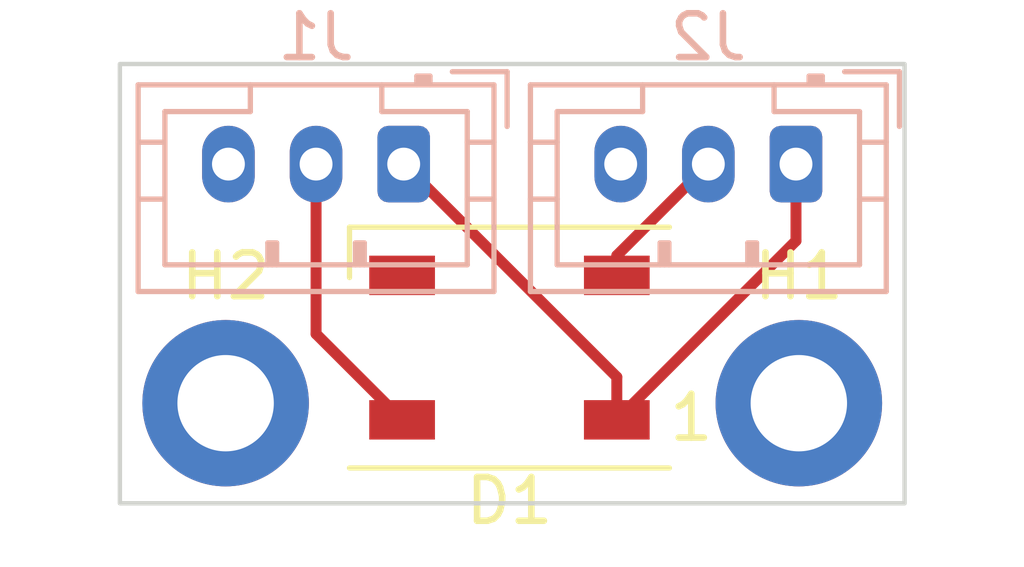
<source format=kicad_pcb>
(kicad_pcb (version 20221018) (generator pcbnew)
  (layers (0 "F.Cu" signal) (31 "B.Cu" signal) (34 "B.Paste" user) (35 "F.Paste" user) (36 "B.SilkS" user "B.Silkscreen") (37 "F.SilkS" user "F.Silkscreen") (38 "B.Mask" user) (39 "F.Mask" user) (44 "Edge.Cuts" user))
  (net 0 "")
  (net 1 "+5V")
  (net 2 "Net-(D1-DOUT)")
  (net 3 "GND")
  (net 4 "Net-(D1-DIN)")
  (footprint "LED_SMD:LED_WS2812B_PLCC4_5.0x5.0mm_P3.2mm" (layer "F.Cu") (at 142.621 97.028 180)
    (fp_text reference "D1" (at 0 -3.5) (layer "F.SilkS"))
    (fp_text value "WS2812B")
    (fp_text user "1" (at -4.15 -1.6) (layer "F.SilkS"))
    (fp_line (start -3.65 -2.75) (end 3.65 -2.75) (stroke (width 0.12)) (layer "F.SilkS"))
    (fp_line (start -3.65 2.75) (end 3.65 2.75) (stroke (width 0.12)) (layer "F.SilkS"))
    (fp_line (start 3.65 2.75) (end 3.65 1.6) (stroke (width 0.12)) (layer "F.SilkS"))
    (pad "1" smd rect (at -2.45 -1.65 180) (size 1.5 0.9) (layers "F.Cu" "F.Paste" "F.Mask") (net 1 "+5V"))
    (pad "2" smd rect (at -2.45 1.65 180) (size 1.5 0.9) (layers "F.Cu" "F.Paste" "F.Mask") (net 2 "Net-(D1-DOUT)"))
    (pad "3" smd rect (at 2.45 1.65 180) (size 1.5 0.9) (layers "F.Cu" "F.Paste" "F.Mask") (net 3 "GND"))
    (pad "4" smd rect (at 2.45 -1.65 180) (size 1.5 0.9) (layers "F.Cu" "F.Paste" "F.Mask") (net 4 "Net-(D1-DIN)"))
  )
  (footprint "MountingHole:MountingHole_2.2mm_M2_DIN965_Pad" (layer "F.Cu") (at 136.144 98.298)
    (fp_text reference "H2" (at 0 -2.9) (layer "F.SilkS"))
    (fp_text value "MountingHole")
    (pad "1" thru_hole circle (at 0 0) (size 3.8 3.8) (drill 2.2) (layers "*.Cu" "*.Mask"))
  )
  (footprint "MountingHole:MountingHole_2.2mm_M2_DIN965_Pad" (layer "F.Cu") (at 149.225 98.298)
    (fp_text reference "H1" (at 0 -2.9) (layer "F.SilkS"))
    (fp_text value "MountingHole")
    (pad "1" thru_hole circle (at 0 0) (size 3.8 3.8) (drill 2.2) (layers "*.Cu" "*.Mask"))
  )
  (footprint "Connector_JST:JST_PH_B3B-PH-K_1x03_P2.00mm_Vertical" (layer "B.Cu") (at 149.1598 92.837 180)
    (fp_text reference "J2" (at 2 2.9) (layer "B.SilkS") (effects (justify mirror)))
    (fp_text value "Conn_01x03")
    (fp_line (start -2.36 2.11) (end -2.36 0.86) (stroke (width 0.12)) (layer "B.SilkS"))
    (fp_line (start -2.06 -2.91) (end 6.06 -2.91) (stroke (width 0.12)) (layer "B.SilkS"))
    (fp_line (start -2.06 -0.8) (end -1.45 -0.8) (stroke (width 0.12)) (layer "B.SilkS"))
    (fp_line (start -2.06 0.5) (end -1.45 0.5) (stroke (width 0.12)) (layer "B.SilkS"))
    (fp_line (start -2.06 1.81) (end -2.06 -2.91) (stroke (width 0.12)) (layer "B.SilkS"))
    (fp_line (start -1.45 -2.3) (end 5.45 -2.3) (stroke (width 0.12)) (layer "B.SilkS"))
    (fp_line (start -1.45 1.2) (end -1.45 -2.3) (stroke (width 0.12)) (layer "B.SilkS"))
    (fp_line (start -1.11 2.11) (end -2.36 2.11) (stroke (width 0.12)) (layer "B.SilkS"))
    (fp_line (start -0.6 2.01) (end -0.6 1.81) (stroke (width 0.12)) (layer "B.SilkS"))
    (fp_line (start -0.3 1.81) (end -0.3 2.01) (stroke (width 0.12)) (layer "B.SilkS"))
    (fp_line (start -0.3 1.91) (end -0.6 1.91) (stroke (width 0.12)) (layer "B.SilkS"))
    (fp_line (start -0.3 2.01) (end -0.6 2.01) (stroke (width 0.12)) (layer "B.SilkS"))
    (fp_line (start 0.5 1.2) (end -1.45 1.2) (stroke (width 0.12)) (layer "B.SilkS"))
    (fp_line (start 0.5 1.81) (end 0.5 1.2) (stroke (width 0.12)) (layer "B.SilkS"))
    (fp_line (start 0.9 -2.3) (end 0.9 -1.8) (stroke (width 0.12)) (layer "B.SilkS"))
    (fp_line (start 0.9 -1.8) (end 1.1 -1.8) (stroke (width 0.12)) (layer "B.SilkS"))
    (fp_line (start 1 -2.3) (end 1 -1.8) (stroke (width 0.12)) (layer "B.SilkS"))
    (fp_line (start 1.1 -1.8) (end 1.1 -2.3) (stroke (width 0.12)) (layer "B.SilkS"))
    (fp_line (start 2.9 -2.3) (end 2.9 -1.8) (stroke (width 0.12)) (layer "B.SilkS"))
    (fp_line (start 2.9 -1.8) (end 3.1 -1.8) (stroke (width 0.12)) (layer "B.SilkS"))
    (fp_line (start 3 -2.3) (end 3 -1.8) (stroke (width 0.12)) (layer "B.SilkS"))
    (fp_line (start 3.1 -1.8) (end 3.1 -2.3) (stroke (width 0.12)) (layer "B.SilkS"))
    (fp_line (start 3.5 1.2) (end 3.5 1.81) (stroke (width 0.12)) (layer "B.SilkS"))
    (fp_line (start 5.45 -2.3) (end 5.45 1.2) (stroke (width 0.12)) (layer "B.SilkS"))
    (fp_line (start 5.45 1.2) (end 3.5 1.2) (stroke (width 0.12)) (layer "B.SilkS"))
    (fp_line (start 6.06 -2.91) (end 6.06 1.81) (stroke (width 0.12)) (layer "B.SilkS"))
    (fp_line (start 6.06 -0.8) (end 5.45 -0.8) (stroke (width 0.12)) (layer "B.SilkS"))
    (fp_line (start 6.06 0.5) (end 5.45 0.5) (stroke (width 0.12)) (layer "B.SilkS"))
    (fp_line (start 6.06 1.81) (end -2.06 1.81) (stroke (width 0.12)) (layer "B.SilkS"))
    (pad "1" thru_hole roundrect (at 0 0 180) (size 1.2 1.75) (drill 0.75) (layers "*.Cu" "*.Mask") (roundrect_rratio 0.208333) (net 1 "+5V"))
    (pad "2" thru_hole oval (at 2 0 180) (size 1.2 1.75) (drill 0.75) (layers "*.Cu" "*.Mask") (net 2 "Net-(D1-DOUT)"))
    (pad "3" thru_hole oval (at 4 0 180) (size 1.2 1.75) (drill 0.75) (layers "*.Cu" "*.Mask") (net 3 "GND"))
  )
  (footprint "Connector_JST:JST_PH_B3B-PH-K_1x03_P2.00mm_Vertical" (layer "B.Cu") (at 140.208 92.837 180)
    (fp_text reference "J1" (at 2 2.9) (layer "B.SilkS") (effects (justify mirror)))
    (fp_text value "Conn_01x03")
    (fp_line (start -2.36 2.11) (end -2.36 0.86) (stroke (width 0.12)) (layer "B.SilkS"))
    (fp_line (start -2.06 -2.91) (end 6.06 -2.91) (stroke (width 0.12)) (layer "B.SilkS"))
    (fp_line (start -2.06 -0.8) (end -1.45 -0.8) (stroke (width 0.12)) (layer "B.SilkS"))
    (fp_line (start -2.06 0.5) (end -1.45 0.5) (stroke (width 0.12)) (layer "B.SilkS"))
    (fp_line (start -2.06 1.81) (end -2.06 -2.91) (stroke (width 0.12)) (layer "B.SilkS"))
    (fp_line (start -1.45 -2.3) (end 5.45 -2.3) (stroke (width 0.12)) (layer "B.SilkS"))
    (fp_line (start -1.45 1.2) (end -1.45 -2.3) (stroke (width 0.12)) (layer "B.SilkS"))
    (fp_line (start -1.11 2.11) (end -2.36 2.11) (stroke (width 0.12)) (layer "B.SilkS"))
    (fp_line (start -0.6 2.01) (end -0.6 1.81) (stroke (width 0.12)) (layer "B.SilkS"))
    (fp_line (start -0.3 1.81) (end -0.3 2.01) (stroke (width 0.12)) (layer "B.SilkS"))
    (fp_line (start -0.3 1.91) (end -0.6 1.91) (stroke (width 0.12)) (layer "B.SilkS"))
    (fp_line (start -0.3 2.01) (end -0.6 2.01) (stroke (width 0.12)) (layer "B.SilkS"))
    (fp_line (start 0.5 1.2) (end -1.45 1.2) (stroke (width 0.12)) (layer "B.SilkS"))
    (fp_line (start 0.5 1.81) (end 0.5 1.2) (stroke (width 0.12)) (layer "B.SilkS"))
    (fp_line (start 0.9 -2.3) (end 0.9 -1.8) (stroke (width 0.12)) (layer "B.SilkS"))
    (fp_line (start 0.9 -1.8) (end 1.1 -1.8) (stroke (width 0.12)) (layer "B.SilkS"))
    (fp_line (start 1 -2.3) (end 1 -1.8) (stroke (width 0.12)) (layer "B.SilkS"))
    (fp_line (start 1.1 -1.8) (end 1.1 -2.3) (stroke (width 0.12)) (layer "B.SilkS"))
    (fp_line (start 2.9 -2.3) (end 2.9 -1.8) (stroke (width 0.12)) (layer "B.SilkS"))
    (fp_line (start 2.9 -1.8) (end 3.1 -1.8) (stroke (width 0.12)) (layer "B.SilkS"))
    (fp_line (start 3 -2.3) (end 3 -1.8) (stroke (width 0.12)) (layer "B.SilkS"))
    (fp_line (start 3.1 -1.8) (end 3.1 -2.3) (stroke (width 0.12)) (layer "B.SilkS"))
    (fp_line (start 3.5 1.2) (end 3.5 1.81) (stroke (width 0.12)) (layer "B.SilkS"))
    (fp_line (start 5.45 -2.3) (end 5.45 1.2) (stroke (width 0.12)) (layer "B.SilkS"))
    (fp_line (start 5.45 1.2) (end 3.5 1.2) (stroke (width 0.12)) (layer "B.SilkS"))
    (fp_line (start 6.06 -2.91) (end 6.06 1.81) (stroke (width 0.12)) (layer "B.SilkS"))
    (fp_line (start 6.06 -0.8) (end 5.45 -0.8) (stroke (width 0.12)) (layer "B.SilkS"))
    (fp_line (start 6.06 0.5) (end 5.45 0.5) (stroke (width 0.12)) (layer "B.SilkS"))
    (fp_line (start 6.06 1.81) (end -2.06 1.81) (stroke (width 0.12)) (layer "B.SilkS"))
    (pad "1" thru_hole roundrect (at 0 0 180) (size 1.2 1.75) (drill 0.75) (layers "*.Cu" "*.Mask") (roundrect_rratio 0.208333) (net 1 "+5V"))
    (pad "2" thru_hole oval (at 2 0 180) (size 1.2 1.75) (drill 0.75) (layers "*.Cu" "*.Mask") (net 4 "Net-(D1-DIN)"))
    (pad "3" thru_hole oval (at 4 0 180) (size 1.2 1.75) (drill 0.75) (layers "*.Cu" "*.Mask") (net 3 "GND"))
  )
  (gr_rect (start 133.731 90.551) (end 151.638 100.584) (stroke (width 0.1)) (fill none) (layer "Edge.Cuts"))
  (segment (start 149.1598 94.5892) (end 149.1598 92.837) (width 0.25) (layer "F.Cu") (net 1))
  (segment (start 145.071 98.678) (end 145.071 97.7) (width 0.25) (layer "F.Cu") (net 1))
  (segment (start 145.071 98.678) (end 149.1598 94.5892) (width 0.25) (layer "F.Cu") (net 1))
  (segment (start 145.071 97.7) (end 140.208 92.837) (width 0.25) (layer "F.Cu") (net 1))
  (segment (start 145.071 94.9258) (end 147.1598 92.837) (width 0.25) (layer "F.Cu") (net 2))
  (segment (start 145.071 95.378) (end 145.071 94.9258) (width 0.25) (layer "F.Cu") (net 2))
  (segment (start 140.171 98.678) (end 138.208 96.715) (width 0.25) (layer "F.Cu") (net 4))
  (segment (start 138.208 96.715) (end 138.208 92.837) (width 0.25) (layer "F.Cu") (net 4))
)
</source>
